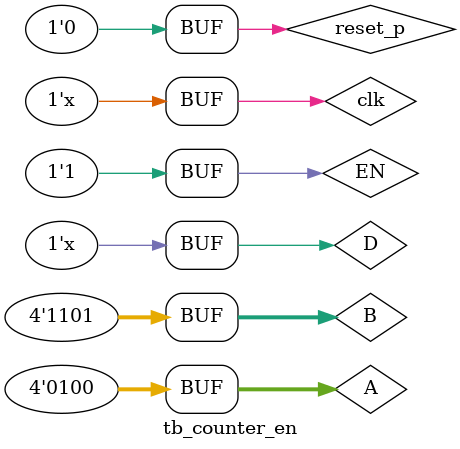
<source format=v>
`timescale 1ns/1ns
module tb_counter_en();

reg clk;
reg [4-1:0] A;
reg [4-1:0] B;
reg reset_p;
reg EN;

reg D;
wire [4-1:0] Q;
wire Z_carry;


initial begin
    clk = 0;
    A = 4'd4;
    B = 4'd13;

    D = 1'b0;
    EN = 1'b1;

    reset_p = 1'b1;
    #200;
    reset_p = 1'b0; //退出复位

end

always #5 clk = ~clk;

always #1000 D = ~D;    //反转方向

counter_en counter_inst(
    .clk(clk),
    .reset_p(reset_p),
    .EN(EN),
    .A(A),
    .B(B),
    .D(D),
    .Q(Q),
    .Z_carry(Z_carry)
);

endmodule
</source>
